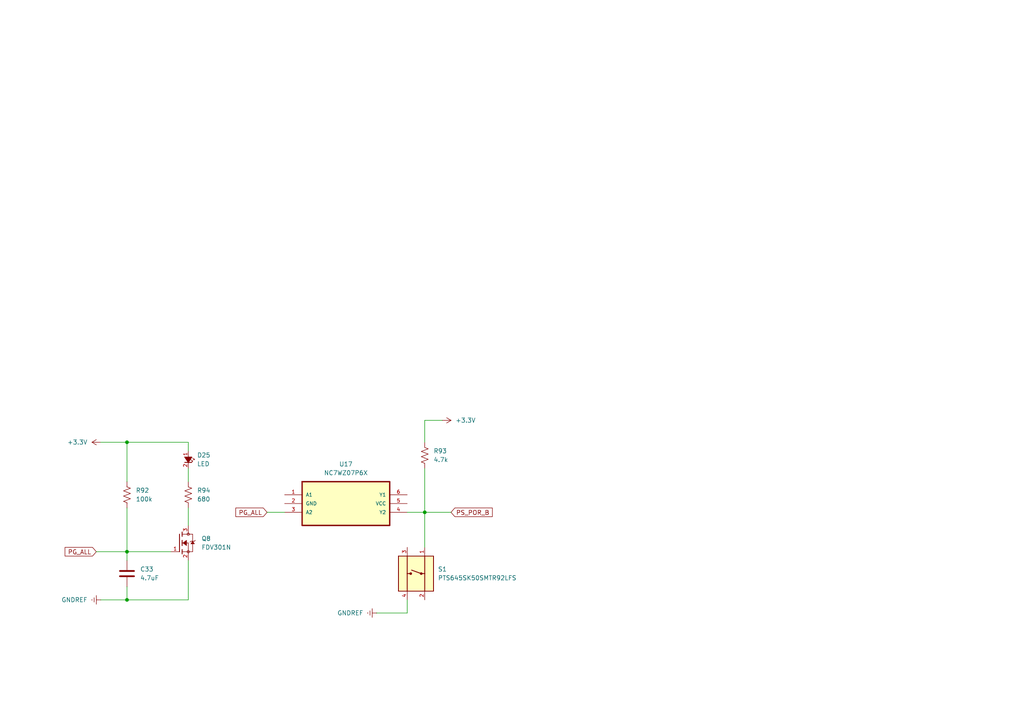
<source format=kicad_sch>
(kicad_sch (version 20231120) (generator "eeschema") (generator_version "8.0")
  (paper "A4")
  (lib_symbols
    (symbol "Aquiot:LED" (pin_names (offset 0.254) hide)
      (property "Reference" "D" (at 0 3.81 0))
      (property "Value" "LED" (at 0 -2.54 0))
      (symbol "LED_0_1"
        (polyline (pts (xy -1.016 0) (xy 0.762 0)))
        (polyline (pts (xy 0.762 -1.016) (xy 0.762 1.016)) (stroke (width 0.254)))
        (polyline (pts (xy -0.762 -1.016) (xy 0.762 0) (xy -0.762 1.016) (xy -0.762 -1.016)) (stroke (width 0.254)) (fill (type outline)))
        (polyline (pts (xy -0.508 1.27) (xy 0 1.778) (xy -0.254 1.778) (xy 0 1.778) (xy 0 1.524)))
        (polyline (pts (xy 0 0.762) (xy 0.508 1.27) (xy 0.254 1.27) (xy 0.508 1.27) (xy 0.508 1.016)))
      )
      (symbol "LED_1_1"
        (pin passive line (at -2.54 0 0) (length 1.778) (name "A") (number "1"))
        (pin passive line (at 2.54 0 180) (length 1.778) (name "K") (number "2"))
      )
    )
    (symbol "Device:C" (pin_numbers hide) (pin_names (offset 0.254))
      (property "Reference" "C" (at 0.635 2.54 0))
      (property "Value" "C" (at 0.635 -2.54 0))
      (symbol "C_0_1"
        (polyline (pts (xy -2.032 -0.762) (xy 2.032 -0.762)) (stroke (width 0.508)))
        (polyline (pts (xy -2.032 0.762) (xy 2.032 0.762)) (stroke (width 0.508)))
      )
      (symbol "C_1_1"
        (pin passive line (at 0 3.81 270) (length 2.794) (name "~") (number "1"))
        (pin passive line (at 0 -3.81 90) (length 2.794) (name "~") (number "2"))
      )
    )
    (symbol "Device:R_US" (pin_numbers hide) (pin_names (offset 0))
      (property "Reference" "R" (at 2.54 0 90))
      (property "Value" "R_US" (at -2.54 0 90))
      (symbol "R_US_0_1"
        (polyline (pts (xy 0 -2.286) (xy 0 -2.54)))
        (polyline (pts (xy 0 2.286) (xy 0 2.54)))
        (polyline (pts (xy 0 -0.762) (xy 1.016 -1.143) (xy 0 -1.524) (xy -1.016 -1.905) (xy 0 -2.286)))
        (polyline (pts (xy 0 0.762) (xy 1.016 0.381) (xy 0 0) (xy -1.016 -0.381) (xy 0 -0.762)))
        (polyline (pts (xy 0 2.286) (xy 1.016 1.905) (xy 0 1.524) (xy -1.016 1.143) (xy 0 0.762)))
      )
      (symbol "R_US_1_1"
        (pin passive line (at 0 3.81 270) (length 1.27) (name "~") (number "1"))
        (pin passive line (at 0 -3.81 90) (length 1.27) (name "~") (number "2"))
      )
    )
    (symbol "FDV301N:FDV301N" (pin_names (offset 1.016))
      (property "Reference" "Q" (at -8.89 2.54 0))
      (property "Value" "FDV301N" (at -8.89 -7.62 0))
      (symbol "FDV301N_0_0"
        (polyline (pts (xy 0 2.54) (xy 0 -2.54)) (stroke (width 0.254)))
        (polyline (pts (xy 0.762 -2.54) (xy 0.762 -3.175)) (stroke (width 0.254)))
        (polyline (pts (xy 0.762 -1.905) (xy 0.762 -2.54)) (stroke (width 0.254)))
        (polyline (pts (xy 0.762 0) (xy 0.762 -0.762)) (stroke (width 0.254)))
        (polyline (pts (xy 0.762 0) (xy 2.54 0)) (stroke (width 0.1524)))
        (polyline (pts (xy 0.762 0.762) (xy 0.762 0)) (stroke (width 0.254)))
        (polyline (pts (xy 0.762 2.54) (xy 0.762 1.905)) (stroke (width 0.254)))
        (polyline (pts (xy 0.762 2.54) (xy 3.81 2.54)) (stroke (width 0.1524)))
        (polyline (pts (xy 0.762 3.175) (xy 0.762 2.54)) (stroke (width 0.254)))
        (polyline (pts (xy 2.54 -2.54) (xy 0.762 -2.54)) (stroke (width 0.1524)))
        (polyline (pts (xy 2.54 -2.54) (xy 3.81 -2.54)) (stroke (width 0.1524)))
        (polyline (pts (xy 2.54 0) (xy 2.54 -2.54)) (stroke (width 0.1524)))
        (polyline (pts (xy 3.302 0.508) (xy 3.048 0.254)) (stroke (width 0.1524)))
        (polyline (pts (xy 3.81 0.508) (xy 3.302 0.508)) (stroke (width 0.1524)))
        (polyline (pts (xy 3.81 0.508) (xy 3.81 -2.54)) (stroke (width 0.1524)))
        (polyline (pts (xy 3.81 2.54) (xy 3.81 0.508)) (stroke (width 0.1524)))
        (polyline (pts (xy 4.318 0.508) (xy 3.81 0.508)) (stroke (width 0.1524)))
        (polyline (pts (xy 4.572 0.762) (xy 4.318 0.508)) (stroke (width 0.1524)))
        (polyline (pts (xy 1.016 0) (xy 2.032 0.762) (xy 2.032 -0.762) (xy 1.016 0)) (stroke (width 0.1524)) (fill (type outline)))
        (polyline (pts (xy 3.81 0.508) (xy 3.302 -0.254) (xy 4.318 -0.254) (xy 3.81 0.508)) (stroke (width 0.1524)) (fill (type outline)))
        (circle (center 2.54 -2.54) (radius 0.3592))
        (circle (center 2.54 2.54) (radius 0.3592))
        (pin passive line (at -2.54 -2.54 0) (length 2.54) (name "~") (number "1"))
        (pin passive line (at 2.54 -5.08 90) (length 2.54) (name "~") (number "2"))
        (pin passive line (at 2.54 5.08 270) (length 2.54) (name "~") (number "3"))
      )
    )
    (symbol "NC7WZ07P6X:NC7WZ07P6X" (pin_names (offset 1.016))
      (property "Reference" "U17" (at 0 12.7 0))
      (property "Value" "NC7WZ07P6X" (at 0 10.16 0))
      (symbol "NC7WZ07P6X_0_0"
        (rectangle (start -12.7 7.62) (end 12.7 -5.08) (stroke (width 0.4064)) (fill (type background)))
        (pin input line (at -17.78 3.81 0) (length 5.08) (name "A1") (number "1"))
        (pin passive line (at -17.78 1.27 0) (length 5.08) (name "GND") (number "2"))
        (pin input line (at -17.78 -1.27 0) (length 5.08) (name "A2") (number "3"))
        (pin output line (at 17.78 -1.27 180) (length 5.08) (name "Y2") (number "4"))
        (pin power_in line (at 17.78 1.27 180) (length 5.08) (name "VCC") (number "5"))
        (pin output line (at 17.78 3.81 180) (length 5.08) (name "Y1") (number "6"))
      )
    )
    (symbol "PTS645SK50SMTR92LFS:PTS645SK50SMTR92LFS" (pin_names (offset 1.016))
      (property "Reference" "S" (at -4.5772 5.5944 0))
      (property "Value" "PTS645SK50SMTR92LFS" (at -5.0879 -7.3774 0))
      (symbol "PTS645SK50SMTR92LFS_0_0"
        (rectangle (start -5.08 -5.08) (end 5.08 5.08) (stroke (width 0.254)) (fill (type background)))
        (circle (center 0 -1.524) (radius 0.254) (stroke (width 0.254)))
        (polyline (pts (xy -5.08 2.54) (xy 0 2.54)) (stroke (width 0.254)))
        (polyline (pts (xy 0 -2.54) (xy -5.08 -2.54)) (stroke (width 0.254)))
        (polyline (pts (xy 0 -2.54) (xy 0 -1.524)) (stroke (width 0.254)))
        (polyline (pts (xy 0 1.524) (xy -1.016 -1.27)) (stroke (width 0.254)))
        (polyline (pts (xy 0 1.524) (xy 0 2.54)) (stroke (width 0.254)))
        (polyline (pts (xy 0 2.54) (xy 5.08 2.54)) (stroke (width 0.254)))
        (polyline (pts (xy 5.08 -2.54) (xy 0 -2.54)) (stroke (width 0.254)))
        (circle (center 0 1.524) (radius 0.254) (stroke (width 0.254)))
        (pin passive line (at -7.62 2.54 0) (length 2.54) (name "~") (number "1"))
        (pin passive line (at 7.62 2.54 180) (length 2.54) (name "~") (number "2"))
        (pin passive line (at -7.62 -2.54 0) (length 2.54) (name "~") (number "3"))
        (pin passive line (at 7.62 -2.54 180) (length 2.54) (name "~") (number "4"))
      )
    )
    (symbol "power:+3.3V" (power) (pin_numbers hide) (pin_names (offset 0) hide)
      (property "Value" "+3.3V" (at 0 3.556 0))
      (symbol "+3.3V_0_1"
        (polyline (pts (xy -0.762 1.27) (xy 0 2.54)))
        (polyline (pts (xy 0 0) (xy 0 2.54)))
        (polyline (pts (xy 0 2.54) (xy 0.762 1.27)))
      )
      (symbol "+3.3V_1_1"
        (pin power_in line (at 0 0 90) (length 0) (name "~") (number "1"))
      )
    )
    (symbol "power:GNDREF" (power) (pin_numbers hide) (pin_names (offset 0) hide)
      (property "Value" "GNDREF" (at 0 -3.81 0))
      (symbol "GNDREF_0_1"
        (polyline (pts (xy -0.635 -1.905) (xy 0.635 -1.905)))
        (polyline (pts (xy -0.127 -2.54) (xy 0.127 -2.54)))
        (polyline (pts (xy 0 -1.27) (xy 0 0)))
        (polyline (pts (xy 1.27 -1.27) (xy -1.27 -1.27)))
      )
      (symbol "GNDREF_1_1"
        (pin power_in line (at 0 0 270) (length 0) (name "~") (number "1"))
      )
    )
  )
  (junction (at 36.83 173.99))
  (junction (at 36.83 128.27))
  (junction (at 36.83 160.02))
  (junction (at 123.19 148.59))
  (wire (pts (xy 36.83 128.27) (xy 36.83 139.7)))
  (wire (pts (xy 118.11 177.8) (xy 109.22 177.8)))
  (wire (pts (xy 36.83 170.18) (xy 36.83 173.99)))
  (wire (pts (xy 36.83 147.32) (xy 36.83 160.02)))
  (wire (pts (xy 54.61 128.27) (xy 36.83 128.27)))
  (wire (pts (xy 36.83 162.56) (xy 36.83 160.02)))
  (wire (pts (xy 36.83 128.27) (xy 29.21 128.27)))
  (wire (pts (xy 123.19 158.75) (xy 123.19 148.59)))
  (wire (pts (xy 123.19 121.92) (xy 123.19 128.27)))
  (wire (pts (xy 54.61 147.32) (xy 54.61 152.4)))
  (wire (pts (xy 36.83 173.99) (xy 29.21 173.99)))
  (wire (pts (xy 118.11 148.59) (xy 123.19 148.59)))
  (wire (pts (xy 123.19 148.59) (xy 130.81 148.59)))
  (wire (pts (xy 54.61 135.89) (xy 54.61 139.7)))
  (wire (pts (xy 54.61 173.99) (xy 36.83 173.99)))
  (wire (pts (xy 54.61 130.81) (xy 54.61 128.27)))
  (wire (pts (xy 27.94 160.02) (xy 36.83 160.02)))
  (wire (pts (xy 36.83 160.02) (xy 49.53 160.02)))
  (wire (pts (xy 123.19 135.89) (xy 123.19 148.59)))
  (wire (pts (xy 128.27 121.92) (xy 123.19 121.92)))
  (wire (pts (xy 118.11 173.99) (xy 118.11 177.8)))
  (wire (pts (xy 54.61 162.56) (xy 54.61 173.99)))
  (wire (pts (xy 77.47 148.59) (xy 82.55 148.59)))
  (global_label "PS_POR_B" (shape input) (at 130.81 148.59 0) (property "Intersheetrefs" "${INTERSHEET_REFS}" (effects (hide yes))))
  (global_label "PG_ALL" (shape input) (at 77.47 148.59 180) (property "Intersheetrefs" "${INTERSHEET_REFS}" (effects (hide yes))))
  (global_label "PG_ALL" (shape input) (at 27.94 160.02 180) (property "Intersheetrefs" "${INTERSHEET_REFS}" (effects (hide yes))))
  (symbol (lib_id "power:GNDREF") (at 29.21 173.99 270) (unit 1)
    (property "Reference" "#PWR041" (effects (hide yes)))
    (property "Value" "GNDREF" (at 25.4 173.9899 90) (effects (justify right)))
    (property "Description" "Power symbol creates a global label with name \"GNDREF\" , reference supply ground" (effects (hide yes)))
  )
  (symbol (lib_id "PTS645SK50SMTR92LFS:PTS645SK50SMTR92LFS") (at 120.65 166.37 270) (unit 1)
    (property "Reference" "S1" (at 127 165.0999 90) (effects (justify left)))
    (property "Value" "PTS645SK50SMTR92LFS" (at 127 167.6399 90) (effects (justify left)))
    (property "Footprint" "PTS645SK50SMTR92LFS:SW_PTS645SK50SMTR92LFS" (effects (hide yes)))
    (property "STANDARD" "Manufacturer Recommendations" (effects (hide yes)))
    (property "MANUFACTURER" "CnK" (effects (hide yes)))
  )
  (symbol (lib_id "Device:R_US") (at 36.83 143.51 0) (unit 1)
    (property "Reference" "R92" (at 39.37 142.2399 0) (effects (justify left)))
    (property "Value" "100k" (at 39.37 144.7799 0) (effects (justify left)))
    (property "Description" "Resistor, US symbol" (effects (hide yes)))
  )
  (symbol (lib_id "Device:R_US") (at 54.61 143.51 0) (unit 1)
    (property "Reference" "R94" (at 57.15 142.2399 0) (effects (justify left)))
    (property "Value" "680" (at 57.15 144.7799 0) (effects (justify left)))
    (property "Description" "Resistor, US symbol" (effects (hide yes)))
  )
  (symbol (lib_id "power:+3.3V") (at 128.27 121.92 270) (unit 1)
    (property "Reference" "#PWR042" (effects (hide yes)))
    (property "Value" "+3.3V" (at 132.08 121.9199 90) (effects (justify left)))
    (property "Description" "Power symbol creates a global label with name \"+3.3V\"" (effects (hide yes)))
  )
  (symbol (lib_id "Device:C") (at 36.83 166.37 0) (unit 1)
    (property "Reference" "C33" (at 40.64 165.0999 0) (effects (justify left)))
    (property "Value" "4.7uF" (at 40.64 167.6399 0) (effects (justify left)))
    (property "Description" "Unpolarized capacitor" (effects (hide yes)))
  )
  (symbol (lib_id "power:GNDREF") (at 109.22 177.8 270) (unit 1)
    (property "Reference" "#PWR?" (effects (hide yes)))
    (property "Value" "GNDREF" (at 105.41 177.7999 90) (effects (justify right)))
    (property "Description" "Power symbol creates a global label with name \"GNDREF\" , reference supply ground" (effects (hide yes)))
  )
  (symbol (lib_id "Aquiot:LED") (at 54.61 133.35 270) (unit 1)
    (property "Reference" "D25" (at 57.15 132.0164 90) (effects (justify left)))
    (property "Value" "LED" (at 57.15 134.5564 90) (effects (justify left)))
    (property "Description" "Light emitting diode, small symbol, filled shape" (effects (hide yes)))
  )
  (symbol (lib_id "NC7WZ07P6X:NC7WZ07P6X") (at 100.33 147.32 0) (unit 1)
    (property "Reference" "U17" (at 100.33 134.62 0))
    (property "Value" "NC7WZ07P6X" (at 100.33 137.16 0))
    (property "Footprint" "NC7WZ07P6X:SOT65P210X110-6N" (effects (hide yes)))
    (property "SUPPLIER" "FAIRCHILD SEMICONDUCTOR" (effects (hide yes)))
    (property "OC_FARNELL" "1470998" (effects (hide yes)))
    (property "OC_NEWARK" "58K9469" (effects (hide yes)))
    (property "MPN" "NC7WZ07P6X" (effects (hide yes)))
    (property "PACKAGE" "SC-70-6" (effects (hide yes)))
  )
  (symbol (lib_id "Device:R_US") (at 123.19 132.08 0) (unit 1)
    (property "Reference" "R93" (at 125.73 130.8099 0) (effects (justify left)))
    (property "Value" "4.7k" (at 125.73 133.3499 0) (effects (justify left)))
    (property "Description" "Resistor, US symbol" (effects (hide yes)))
  )
  (symbol (lib_id "FDV301N:FDV301N") (at 52.07 157.48 0) (unit 1)
    (property "Reference" "Q8" (at 58.42 156.2099 0) (effects (justify left)))
    (property "Value" "FDV301N" (at 58.42 158.7499 0) (effects (justify left)))
    (property "Footprint" "FDV301N:SOT95P237X111-3N" (effects (hide yes)))
    (property "PARTREV" "8" (effects (hide yes)))
    (property "STANDARD" "IPC-7351B" (effects (hide yes)))
    (property "MAXIMUM_PACKAGE_HEIGHT" "1.11mm" (effects (hide yes)))
    (property "MANUFACTURER" "Onsemi" (effects (hide yes)))
  )
  (symbol (lib_id "power:+3.3V") (at 29.21 128.27 90) (unit 1)
    (property "Reference" "#PWR040" (effects (hide yes)))
    (property "Value" "+3.3V" (at 25.4 128.2699 90) (effects (justify left)))
    (property "Description" "Power symbol creates a global label with name \"+3.3V\"" (effects (hide yes)))
  )
)
</source>
